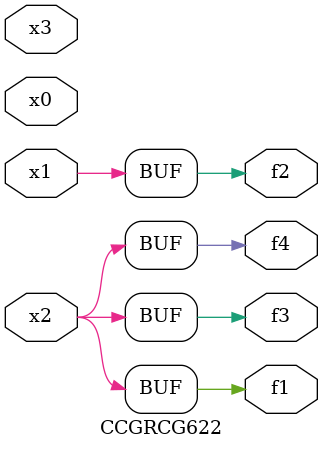
<source format=v>
module CCGRCG622(
	input x0, x1, x2, x3,
	output f1, f2, f3, f4
);
	assign f1 = x2;
	assign f2 = x1;
	assign f3 = x2;
	assign f4 = x2;
endmodule

</source>
